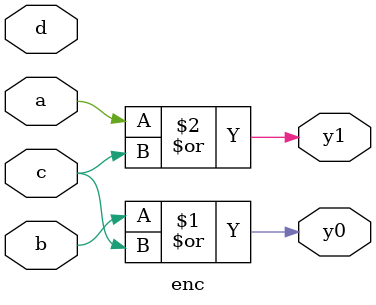
<source format=v>
module enc(a,b,c,d,y0,y1);
input a,b,c,d;
output y0,y1;

or(y0,b,c); 
or(y1,a,c);

//data flow 
// y0 = b+c;
// y1 = a+c;

//fourth input is don't care

initial 
	begin
		$display ("this is 4x2 encoder");
	end
endmodule

</source>
